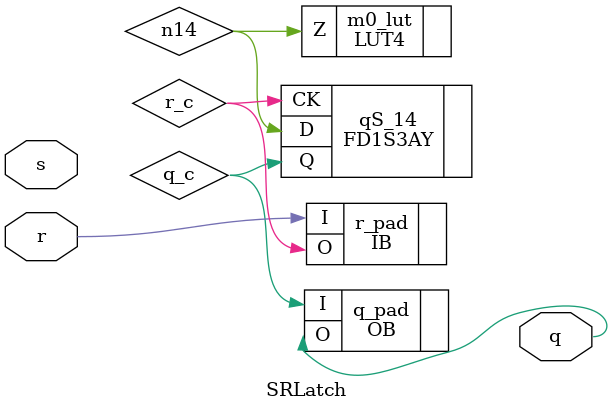
<source format=v>

module SRLatch (s, r, q);   // d:/onedrive/lattice diamond projects/wallpanel_fpga/srlatch.vhd(5[8:15])
    input s;   // d:/onedrive/lattice diamond projects/wallpanel_fpga/srlatch.vhd(8[9:10])
    input r;   // d:/onedrive/lattice diamond projects/wallpanel_fpga/srlatch.vhd(9[9:10])
    output q;   // d:/onedrive/lattice diamond projects/wallpanel_fpga/srlatch.vhd(10[9:10])
    
    wire r_c /* synthesis is_clock=1, SET_AS_NETWORK=r_c */ ;   // d:/onedrive/lattice diamond projects/wallpanel_fpga/srlatch.vhd(9[9:10])
    
    wire s_c, q_c, GND_net, n13, n14, VCC_net;
    
    VLO i28 (.Z(GND_net));
    OB q_pad (.I(q_c), .O(q));   // d:/onedrive/lattice diamond projects/wallpanel_fpga/srlatch.vhd(10[9:10])
    LUT4 i24_1_lut (.A(s_c), .Z(n13)) /* synthesis lut_function=(!(A)) */ ;   // d:/onedrive/lattice diamond projects/wallpanel_fpga/srlatch.vhd(8[9:10])
    defparam i24_1_lut.init = 16'h5555;
    IB s_pad (.I(s), .O(s_c));   // d:/onedrive/lattice diamond projects/wallpanel_fpga/srlatch.vhd(8[9:10])
    IB r_pad (.I(r), .O(r_c));   // d:/onedrive/lattice diamond projects/wallpanel_fpga/srlatch.vhd(9[9:10])
    GSR GSR_INST (.GSR(n13));
    LUT4 m0_lut (.Z(n14)) /* synthesis lut_function=0, syn_instantiated=1 */ ;
    defparam m0_lut.init = 16'h0000;
    FD1S3AY qS_14 (.D(n14), .CK(r_c), .Q(q_c));   // d:/onedrive/lattice diamond projects/wallpanel_fpga/srlatch.vhd(29[3] 33[10])
    defparam qS_14.GSR = "ENABLED";
    PUR PUR_INST (.PUR(VCC_net));
    defparam PUR_INST.RST_PULSE = 1;
    TSALL TSALL_INST (.TSALL(GND_net));
    VHI i31 (.Z(VCC_net));
    
endmodule
//
// Verilog Description of module PUR
// module not written out since it is a black-box. 
//

//
// Verilog Description of module TSALL
// module not written out since it is a black-box. 
//


</source>
